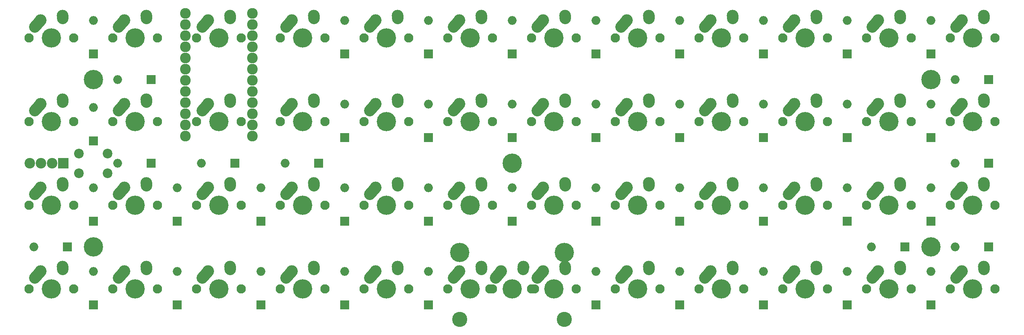
<source format=gts>
G04 #@! TF.FileFunction,Soldermask,Top*
%FSLAX46Y46*%
G04 Gerber Fmt 4.6, Leading zero omitted, Abs format (unit mm)*
G04 Created by KiCad (PCBNEW 4.0.7) date 02/08/18 16:32:20*
%MOMM*%
%LPD*%
G01*
G04 APERTURE LIST*
%ADD10C,0.100000*%
%ADD11C,2.400000*%
%ADD12R,2.400000X2.400000*%
%ADD13R,2.000000X2.000000*%
%ADD14O,2.000000X2.000000*%
%ADD15C,2.650000*%
%ADD16C,2.650000*%
%ADD17C,4.387800*%
%ADD18C,2.101800*%
%ADD19C,3.448000*%
%ADD20C,2.432000*%
%ADD21C,2.200000*%
%ADD22C,4.400000*%
G04 APERTURE END LIST*
D10*
D11*
X35687000Y-66675000D03*
X38227000Y-66675000D03*
X33147000Y-66675000D03*
D12*
X40767000Y-66675000D03*
D13*
X47625000Y-41751250D03*
D14*
X47625000Y-34131250D03*
D13*
X60801250Y-47625000D03*
D14*
X53181250Y-47625000D03*
D13*
X79851250Y-66675000D03*
D14*
X72231250Y-66675000D03*
D13*
X104775000Y-41751250D03*
D14*
X104775000Y-34131250D03*
D13*
X123825000Y-41751250D03*
D14*
X123825000Y-34131250D03*
D13*
X142875000Y-41751250D03*
D14*
X142875000Y-34131250D03*
D13*
X161925000Y-41751250D03*
D14*
X161925000Y-34131250D03*
D13*
X180975000Y-41751250D03*
D14*
X180975000Y-34131250D03*
D13*
X200025000Y-41751250D03*
D14*
X200025000Y-34131250D03*
D13*
X219075000Y-41751250D03*
D14*
X219075000Y-34131250D03*
D13*
X238125000Y-41751250D03*
D14*
X238125000Y-34131250D03*
D13*
X251301250Y-47625000D03*
D14*
X243681250Y-47625000D03*
D13*
X47625000Y-61595000D03*
D14*
X47625000Y-53975000D03*
D13*
X60801250Y-66675000D03*
D14*
X53181250Y-66675000D03*
D13*
X98901250Y-66675000D03*
D14*
X91281250Y-66675000D03*
D13*
X104775000Y-60801250D03*
D14*
X104775000Y-53181250D03*
D13*
X123825000Y-60801250D03*
D14*
X123825000Y-53181250D03*
D13*
X142875000Y-60801250D03*
D14*
X142875000Y-53181250D03*
D13*
X161925000Y-60801250D03*
D14*
X161925000Y-53181250D03*
D13*
X180975000Y-60801250D03*
D14*
X180975000Y-53181250D03*
D13*
X200025000Y-60801250D03*
D14*
X200025000Y-53181250D03*
D13*
X219075000Y-60801250D03*
D14*
X219075000Y-53181250D03*
D13*
X238125000Y-60801250D03*
D14*
X238125000Y-53181250D03*
D13*
X251301250Y-66675000D03*
D14*
X243681250Y-66675000D03*
D13*
X47625000Y-79851250D03*
D14*
X47625000Y-72231250D03*
D13*
X66675000Y-79851250D03*
D14*
X66675000Y-72231250D03*
D13*
X85725000Y-79851250D03*
D14*
X85725000Y-72231250D03*
D13*
X104775000Y-79851250D03*
D14*
X104775000Y-72231250D03*
D13*
X123825000Y-79851250D03*
D14*
X123825000Y-72231250D03*
D13*
X142875000Y-79851250D03*
D14*
X142875000Y-72231250D03*
D13*
X161925000Y-79851250D03*
D14*
X161925000Y-72231250D03*
D13*
X180975000Y-79851250D03*
D14*
X180975000Y-72231250D03*
D13*
X200025000Y-79851250D03*
D14*
X200025000Y-72231250D03*
D13*
X219075000Y-79851250D03*
D14*
X219075000Y-72231250D03*
D13*
X232251250Y-85725000D03*
D14*
X224631250Y-85725000D03*
D13*
X238125000Y-79851250D03*
D14*
X238125000Y-72231250D03*
D13*
X41751250Y-85725000D03*
D14*
X34131250Y-85725000D03*
D13*
X47625000Y-98901250D03*
D14*
X47625000Y-91281250D03*
D13*
X66675000Y-98901250D03*
D14*
X66675000Y-91281250D03*
D13*
X85725000Y-98901250D03*
D14*
X85725000Y-91281250D03*
D13*
X104775000Y-98901250D03*
D14*
X104775000Y-91281250D03*
D13*
X123825000Y-98901250D03*
D14*
X123825000Y-91281250D03*
D13*
X161925000Y-98901250D03*
D14*
X161925000Y-91281250D03*
D13*
X180975000Y-98901250D03*
D14*
X180975000Y-91281250D03*
D13*
X200025000Y-98901250D03*
D14*
X200025000Y-91281250D03*
D13*
X219075000Y-98901250D03*
D14*
X219075000Y-91281250D03*
D13*
X238125000Y-98901250D03*
D14*
X238125000Y-91281250D03*
D13*
X251301250Y-85725000D03*
D14*
X243681250Y-85725000D03*
D15*
X40600000Y-33600000D02*
X40640000Y-33020000D01*
D16*
X40640000Y-33020000D03*
D15*
X34290000Y-35560000D02*
X35600000Y-34100000D01*
D17*
X38100000Y-38100000D03*
D16*
X35600000Y-34100000D03*
D18*
X33020000Y-38100000D03*
X43180000Y-38100000D03*
D15*
X59650000Y-33600000D02*
X59690000Y-33020000D01*
D16*
X59690000Y-33020000D03*
D15*
X53340000Y-35560000D02*
X54650000Y-34100000D01*
D17*
X57150000Y-38100000D03*
D16*
X54650000Y-34100000D03*
D18*
X52070000Y-38100000D03*
X62230000Y-38100000D03*
D15*
X78700000Y-33600000D02*
X78740000Y-33020000D01*
D16*
X78740000Y-33020000D03*
D15*
X72390000Y-35560000D02*
X73700000Y-34100000D01*
D17*
X76200000Y-38100000D03*
D16*
X73700000Y-34100000D03*
D18*
X71120000Y-38100000D03*
X81280000Y-38100000D03*
D15*
X97750000Y-33600000D02*
X97790000Y-33020000D01*
D16*
X97790000Y-33020000D03*
D15*
X91440000Y-35560000D02*
X92750000Y-34100000D01*
D17*
X95250000Y-38100000D03*
D16*
X92750000Y-34100000D03*
D18*
X90170000Y-38100000D03*
X100330000Y-38100000D03*
D15*
X116800000Y-33600000D02*
X116840000Y-33020000D01*
D16*
X116840000Y-33020000D03*
D15*
X110490000Y-35560000D02*
X111800000Y-34100000D01*
D17*
X114300000Y-38100000D03*
D16*
X111800000Y-34100000D03*
D18*
X109220000Y-38100000D03*
X119380000Y-38100000D03*
D15*
X135850000Y-33600000D02*
X135890000Y-33020000D01*
D16*
X135890000Y-33020000D03*
D15*
X129540000Y-35560000D02*
X130850000Y-34100000D01*
D17*
X133350000Y-38100000D03*
D16*
X130850000Y-34100000D03*
D18*
X128270000Y-38100000D03*
X138430000Y-38100000D03*
D15*
X154900000Y-33600000D02*
X154940000Y-33020000D01*
D16*
X154940000Y-33020000D03*
D15*
X148590000Y-35560000D02*
X149900000Y-34100000D01*
D17*
X152400000Y-38100000D03*
D16*
X149900000Y-34100000D03*
D18*
X147320000Y-38100000D03*
X157480000Y-38100000D03*
D15*
X173950000Y-33600000D02*
X173990000Y-33020000D01*
D16*
X173990000Y-33020000D03*
D15*
X167640000Y-35560000D02*
X168950000Y-34100000D01*
D17*
X171450000Y-38100000D03*
D16*
X168950000Y-34100000D03*
D18*
X166370000Y-38100000D03*
X176530000Y-38100000D03*
D15*
X193000000Y-33600000D02*
X193040000Y-33020000D01*
D16*
X193040000Y-33020000D03*
D15*
X186690000Y-35560000D02*
X188000000Y-34100000D01*
D17*
X190500000Y-38100000D03*
D16*
X188000000Y-34100000D03*
D18*
X185420000Y-38100000D03*
X195580000Y-38100000D03*
D15*
X212050000Y-33600000D02*
X212090000Y-33020000D01*
D16*
X212090000Y-33020000D03*
D15*
X205740000Y-35560000D02*
X207050000Y-34100000D01*
D17*
X209550000Y-38100000D03*
D16*
X207050000Y-34100000D03*
D18*
X204470000Y-38100000D03*
X214630000Y-38100000D03*
D15*
X231100000Y-33600000D02*
X231140000Y-33020000D01*
D16*
X231140000Y-33020000D03*
D15*
X224790000Y-35560000D02*
X226100000Y-34100000D01*
D17*
X228600000Y-38100000D03*
D16*
X226100000Y-34100000D03*
D18*
X223520000Y-38100000D03*
X233680000Y-38100000D03*
D15*
X250150000Y-33600000D02*
X250190000Y-33020000D01*
D16*
X250190000Y-33020000D03*
D15*
X243840000Y-35560000D02*
X245150000Y-34100000D01*
D17*
X247650000Y-38100000D03*
D16*
X245150000Y-34100000D03*
D18*
X242570000Y-38100000D03*
X252730000Y-38100000D03*
D15*
X40600000Y-52650000D02*
X40640000Y-52070000D01*
D16*
X40640000Y-52070000D03*
D15*
X34290000Y-54610000D02*
X35600000Y-53150000D01*
D17*
X38100000Y-57150000D03*
D16*
X35600000Y-53150000D03*
D18*
X33020000Y-57150000D03*
X43180000Y-57150000D03*
D15*
X59650000Y-52650000D02*
X59690000Y-52070000D01*
D16*
X59690000Y-52070000D03*
D15*
X53340000Y-54610000D02*
X54650000Y-53150000D01*
D17*
X57150000Y-57150000D03*
D16*
X54650000Y-53150000D03*
D18*
X52070000Y-57150000D03*
X62230000Y-57150000D03*
D15*
X78700000Y-52650000D02*
X78740000Y-52070000D01*
D16*
X78740000Y-52070000D03*
D15*
X72390000Y-54610000D02*
X73700000Y-53150000D01*
D17*
X76200000Y-57150000D03*
D16*
X73700000Y-53150000D03*
D18*
X71120000Y-57150000D03*
X81280000Y-57150000D03*
D15*
X97750000Y-52650000D02*
X97790000Y-52070000D01*
D16*
X97790000Y-52070000D03*
D15*
X91440000Y-54610000D02*
X92750000Y-53150000D01*
D17*
X95250000Y-57150000D03*
D16*
X92750000Y-53150000D03*
D18*
X90170000Y-57150000D03*
X100330000Y-57150000D03*
D15*
X116800000Y-52650000D02*
X116840000Y-52070000D01*
D16*
X116840000Y-52070000D03*
D15*
X110490000Y-54610000D02*
X111800000Y-53150000D01*
D17*
X114300000Y-57150000D03*
D16*
X111800000Y-53150000D03*
D18*
X109220000Y-57150000D03*
X119380000Y-57150000D03*
D15*
X135850000Y-52650000D02*
X135890000Y-52070000D01*
D16*
X135890000Y-52070000D03*
D15*
X129540000Y-54610000D02*
X130850000Y-53150000D01*
D17*
X133350000Y-57150000D03*
D16*
X130850000Y-53150000D03*
D18*
X128270000Y-57150000D03*
X138430000Y-57150000D03*
D15*
X154900000Y-52650000D02*
X154940000Y-52070000D01*
D16*
X154940000Y-52070000D03*
D15*
X148590000Y-54610000D02*
X149900000Y-53150000D01*
D17*
X152400000Y-57150000D03*
D16*
X149900000Y-53150000D03*
D18*
X147320000Y-57150000D03*
X157480000Y-57150000D03*
D15*
X173950000Y-52650000D02*
X173990000Y-52070000D01*
D16*
X173990000Y-52070000D03*
D15*
X167640000Y-54610000D02*
X168950000Y-53150000D01*
D17*
X171450000Y-57150000D03*
D16*
X168950000Y-53150000D03*
D18*
X166370000Y-57150000D03*
X176530000Y-57150000D03*
D15*
X193000000Y-52650000D02*
X193040000Y-52070000D01*
D16*
X193040000Y-52070000D03*
D15*
X186690000Y-54610000D02*
X188000000Y-53150000D01*
D17*
X190500000Y-57150000D03*
D16*
X188000000Y-53150000D03*
D18*
X185420000Y-57150000D03*
X195580000Y-57150000D03*
D15*
X212050000Y-52650000D02*
X212090000Y-52070000D01*
D16*
X212090000Y-52070000D03*
D15*
X205740000Y-54610000D02*
X207050000Y-53150000D01*
D17*
X209550000Y-57150000D03*
D16*
X207050000Y-53150000D03*
D18*
X204470000Y-57150000D03*
X214630000Y-57150000D03*
D15*
X231100000Y-52650000D02*
X231140000Y-52070000D01*
D16*
X231140000Y-52070000D03*
D15*
X224790000Y-54610000D02*
X226100000Y-53150000D01*
D17*
X228600000Y-57150000D03*
D16*
X226100000Y-53150000D03*
D18*
X223520000Y-57150000D03*
X233680000Y-57150000D03*
D15*
X250150000Y-52650000D02*
X250190000Y-52070000D01*
D16*
X250190000Y-52070000D03*
D15*
X243840000Y-54610000D02*
X245150000Y-53150000D01*
D17*
X247650000Y-57150000D03*
D16*
X245150000Y-53150000D03*
D18*
X242570000Y-57150000D03*
X252730000Y-57150000D03*
D15*
X40600000Y-71700000D02*
X40640000Y-71120000D01*
D16*
X40640000Y-71120000D03*
D15*
X34290000Y-73660000D02*
X35600000Y-72200000D01*
D17*
X38100000Y-76200000D03*
D16*
X35600000Y-72200000D03*
D18*
X33020000Y-76200000D03*
X43180000Y-76200000D03*
D15*
X59650000Y-71700000D02*
X59690000Y-71120000D01*
D16*
X59690000Y-71120000D03*
D15*
X53340000Y-73660000D02*
X54650000Y-72200000D01*
D17*
X57150000Y-76200000D03*
D16*
X54650000Y-72200000D03*
D18*
X52070000Y-76200000D03*
X62230000Y-76200000D03*
D15*
X78700000Y-71700000D02*
X78740000Y-71120000D01*
D16*
X78740000Y-71120000D03*
D15*
X72390000Y-73660000D02*
X73700000Y-72200000D01*
D17*
X76200000Y-76200000D03*
D16*
X73700000Y-72200000D03*
D18*
X71120000Y-76200000D03*
X81280000Y-76200000D03*
D15*
X97750000Y-71700000D02*
X97790000Y-71120000D01*
D16*
X97790000Y-71120000D03*
D15*
X91440000Y-73660000D02*
X92750000Y-72200000D01*
D17*
X95250000Y-76200000D03*
D16*
X92750000Y-72200000D03*
D18*
X90170000Y-76200000D03*
X100330000Y-76200000D03*
D15*
X116800000Y-71700000D02*
X116840000Y-71120000D01*
D16*
X116840000Y-71120000D03*
D15*
X110490000Y-73660000D02*
X111800000Y-72200000D01*
D17*
X114300000Y-76200000D03*
D16*
X111800000Y-72200000D03*
D18*
X109220000Y-76200000D03*
X119380000Y-76200000D03*
D15*
X135850000Y-71700000D02*
X135890000Y-71120000D01*
D16*
X135890000Y-71120000D03*
D15*
X129540000Y-73660000D02*
X130850000Y-72200000D01*
D17*
X133350000Y-76200000D03*
D16*
X130850000Y-72200000D03*
D18*
X128270000Y-76200000D03*
X138430000Y-76200000D03*
D15*
X154900000Y-71700000D02*
X154940000Y-71120000D01*
D16*
X154940000Y-71120000D03*
D15*
X148590000Y-73660000D02*
X149900000Y-72200000D01*
D17*
X152400000Y-76200000D03*
D16*
X149900000Y-72200000D03*
D18*
X147320000Y-76200000D03*
X157480000Y-76200000D03*
D15*
X173950000Y-71700000D02*
X173990000Y-71120000D01*
D16*
X173990000Y-71120000D03*
D15*
X167640000Y-73660000D02*
X168950000Y-72200000D01*
D17*
X171450000Y-76200000D03*
D16*
X168950000Y-72200000D03*
D18*
X166370000Y-76200000D03*
X176530000Y-76200000D03*
D15*
X193000000Y-71700000D02*
X193040000Y-71120000D01*
D16*
X193040000Y-71120000D03*
D15*
X186690000Y-73660000D02*
X188000000Y-72200000D01*
D17*
X190500000Y-76200000D03*
D16*
X188000000Y-72200000D03*
D18*
X185420000Y-76200000D03*
X195580000Y-76200000D03*
D15*
X212050000Y-71700000D02*
X212090000Y-71120000D01*
D16*
X212090000Y-71120000D03*
D15*
X205740000Y-73660000D02*
X207050000Y-72200000D01*
D17*
X209550000Y-76200000D03*
D16*
X207050000Y-72200000D03*
D18*
X204470000Y-76200000D03*
X214630000Y-76200000D03*
D15*
X231100000Y-71700000D02*
X231140000Y-71120000D01*
D16*
X231140000Y-71120000D03*
D15*
X224790000Y-73660000D02*
X226100000Y-72200000D01*
D17*
X228600000Y-76200000D03*
D16*
X226100000Y-72200000D03*
D18*
X223520000Y-76200000D03*
X233680000Y-76200000D03*
D15*
X250150000Y-71700000D02*
X250190000Y-71120000D01*
D16*
X250190000Y-71120000D03*
D15*
X243840000Y-73660000D02*
X245150000Y-72200000D01*
D17*
X247650000Y-76200000D03*
D16*
X245150000Y-72200000D03*
D18*
X242570000Y-76200000D03*
X252730000Y-76200000D03*
D15*
X40600000Y-90750000D02*
X40640000Y-90170000D01*
D16*
X40640000Y-90170000D03*
D15*
X34290000Y-92710000D02*
X35600000Y-91250000D01*
D17*
X38100000Y-95250000D03*
D16*
X35600000Y-91250000D03*
D18*
X33020000Y-95250000D03*
X43180000Y-95250000D03*
D15*
X59650000Y-90750000D02*
X59690000Y-90170000D01*
D16*
X59690000Y-90170000D03*
D15*
X53340000Y-92710000D02*
X54650000Y-91250000D01*
D17*
X57150000Y-95250000D03*
D16*
X54650000Y-91250000D03*
D18*
X52070000Y-95250000D03*
X62230000Y-95250000D03*
D15*
X78700000Y-90750000D02*
X78740000Y-90170000D01*
D16*
X78740000Y-90170000D03*
D15*
X72390000Y-92710000D02*
X73700000Y-91250000D01*
D17*
X76200000Y-95250000D03*
D16*
X73700000Y-91250000D03*
D18*
X71120000Y-95250000D03*
X81280000Y-95250000D03*
D15*
X97750000Y-90750000D02*
X97790000Y-90170000D01*
D16*
X97790000Y-90170000D03*
D15*
X91440000Y-92710000D02*
X92750000Y-91250000D01*
D17*
X95250000Y-95250000D03*
D16*
X92750000Y-91250000D03*
D18*
X90170000Y-95250000D03*
X100330000Y-95250000D03*
D15*
X116800000Y-90750000D02*
X116840000Y-90170000D01*
D16*
X116840000Y-90170000D03*
D15*
X110490000Y-92710000D02*
X111800000Y-91250000D01*
D17*
X114300000Y-95250000D03*
D16*
X111800000Y-91250000D03*
D18*
X109220000Y-95250000D03*
X119380000Y-95250000D03*
D15*
X135850000Y-90750000D02*
X135890000Y-90170000D01*
D16*
X135890000Y-90170000D03*
D15*
X129540000Y-92710000D02*
X130850000Y-91250000D01*
D17*
X133350000Y-95250000D03*
D16*
X130850000Y-91250000D03*
D18*
X128270000Y-95250000D03*
X138430000Y-95250000D03*
D15*
X154900000Y-90750000D02*
X154940000Y-90170000D01*
D16*
X154940000Y-90170000D03*
D15*
X148590000Y-92710000D02*
X149900000Y-91250000D01*
D17*
X152400000Y-95250000D03*
D16*
X149900000Y-91250000D03*
D18*
X147320000Y-95250000D03*
X157480000Y-95250000D03*
D15*
X173950000Y-90750000D02*
X173990000Y-90170000D01*
D16*
X173990000Y-90170000D03*
D15*
X167640000Y-92710000D02*
X168950000Y-91250000D01*
D17*
X171450000Y-95250000D03*
D16*
X168950000Y-91250000D03*
D18*
X166370000Y-95250000D03*
X176530000Y-95250000D03*
D15*
X193000000Y-90750000D02*
X193040000Y-90170000D01*
D16*
X193040000Y-90170000D03*
D15*
X186690000Y-92710000D02*
X188000000Y-91250000D01*
D17*
X190500000Y-95250000D03*
D16*
X188000000Y-91250000D03*
D18*
X185420000Y-95250000D03*
X195580000Y-95250000D03*
D15*
X212050000Y-90750000D02*
X212090000Y-90170000D01*
D16*
X212090000Y-90170000D03*
D15*
X205740000Y-92710000D02*
X207050000Y-91250000D01*
D17*
X209550000Y-95250000D03*
D16*
X207050000Y-91250000D03*
D18*
X204470000Y-95250000D03*
X214630000Y-95250000D03*
D15*
X231100000Y-90750000D02*
X231140000Y-90170000D01*
D16*
X231140000Y-90170000D03*
D15*
X224790000Y-92710000D02*
X226100000Y-91250000D01*
D17*
X228600000Y-95250000D03*
D16*
X226100000Y-91250000D03*
D18*
X223520000Y-95250000D03*
X233680000Y-95250000D03*
D15*
X250150000Y-90750000D02*
X250190000Y-90170000D01*
D16*
X250190000Y-90170000D03*
D15*
X243840000Y-92710000D02*
X245150000Y-91250000D01*
D17*
X247650000Y-95250000D03*
D16*
X245150000Y-91250000D03*
D18*
X242570000Y-95250000D03*
X252730000Y-95250000D03*
D15*
X145375000Y-90750000D02*
X145415000Y-90170000D01*
D16*
X145415000Y-90170000D03*
D15*
X139065000Y-92710000D02*
X140375000Y-91250000D01*
D17*
X142875000Y-95250000D03*
D16*
X140375000Y-91250000D03*
D18*
X137795000Y-95250000D03*
X147955000Y-95250000D03*
D19*
X130968750Y-102235000D03*
X154781250Y-102235000D03*
D17*
X130968750Y-86995000D03*
X154781250Y-86995000D03*
D20*
X83820000Y-32543750D03*
X83820000Y-35083750D03*
X83820000Y-37623750D03*
X83820000Y-40163750D03*
X83820000Y-42703750D03*
X83820000Y-45243750D03*
X83820000Y-47783750D03*
X83820000Y-50323750D03*
X83820000Y-52863750D03*
X83820000Y-55403750D03*
X83820000Y-57943750D03*
X83820000Y-60483750D03*
X68580000Y-32543750D03*
X68580000Y-35083750D03*
X68580000Y-37623750D03*
X68580000Y-40163750D03*
X68580000Y-42703750D03*
X68580000Y-45243750D03*
X68580000Y-47783750D03*
X68580000Y-50323750D03*
X68580000Y-52863750D03*
X68580000Y-55403750D03*
X68580000Y-57943750D03*
X68580000Y-60483750D03*
D21*
X44375000Y-64425000D03*
X50875000Y-68925000D03*
X44375000Y-68925000D03*
X50875000Y-64425000D03*
D22*
X142875000Y-66675000D03*
X238125000Y-85725000D03*
X47625000Y-85725000D03*
X238125000Y-47625000D03*
X47625000Y-47625000D03*
M02*

</source>
